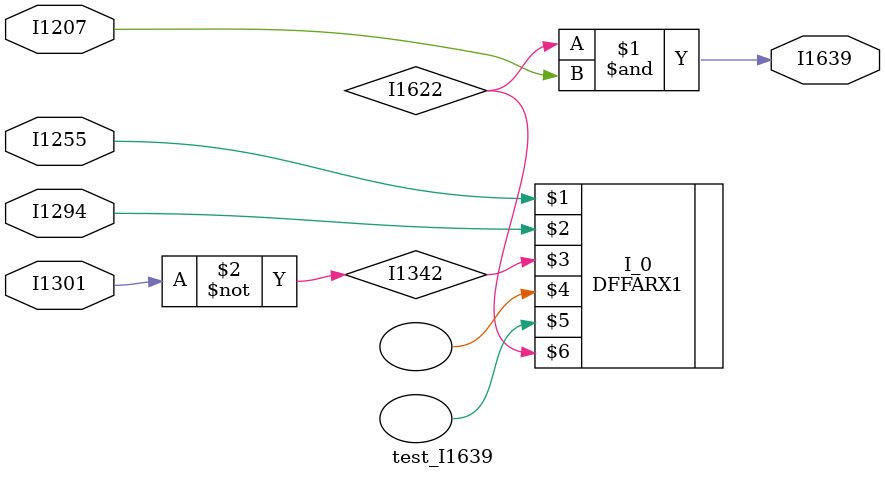
<source format=v>
module test_I1639(I1255,I1294,I1207,I1301,I1639);
input I1255,I1294,I1207,I1301;
output I1639;
wire I1622,I1342;
DFFARX1 I_0(I1255,I1294,I1342,,,I1622,);
not I_1(I1342,I1301);
and I_2(I1639,I1622,I1207);
endmodule



</source>
